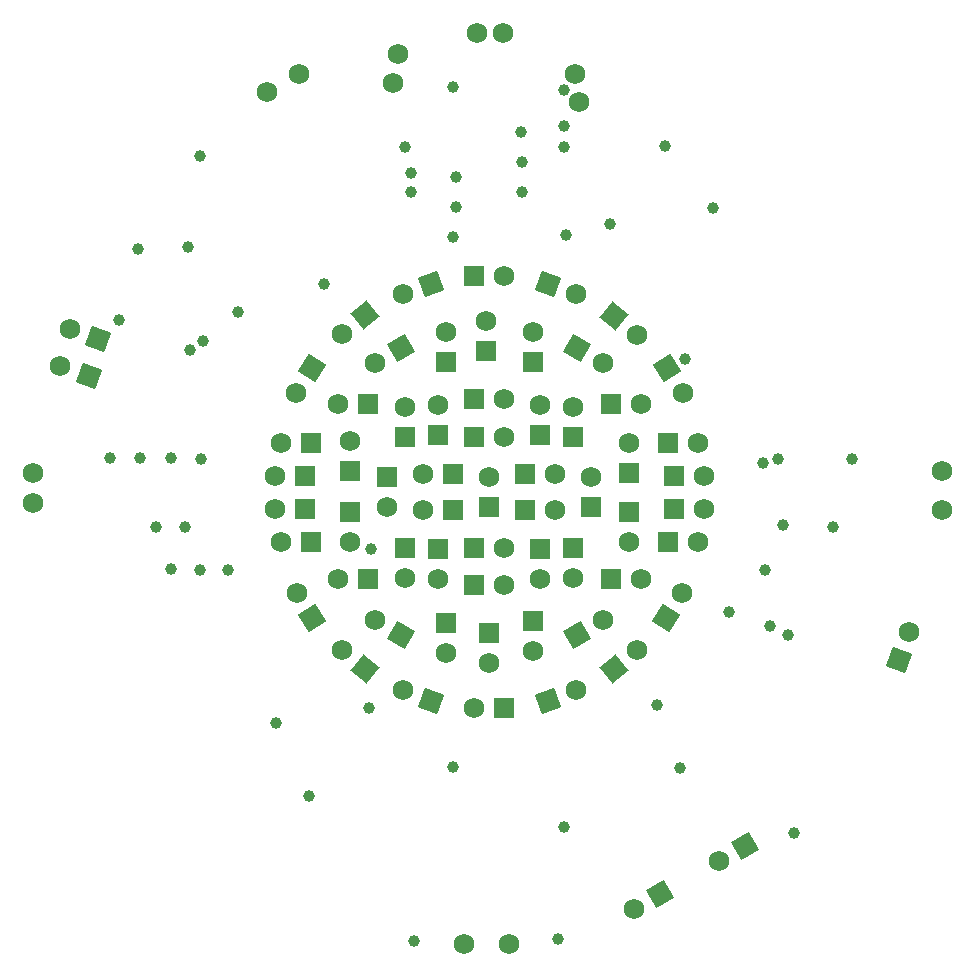
<source format=gbr>
G04*
G04 #@! TF.GenerationSoftware,Altium Limited,Altium Designer,23.1.1 (15)*
G04*
G04 Layer_Color=16711935*
%FSLAX44Y44*%
%MOMM*%
G71*
G04*
G04 #@! TF.SameCoordinates,EA72E859-7E5F-47E5-BE6D-6BCC4CF4D1DD*
G04*
G04*
G04 #@! TF.FilePolarity,Negative*
G04*
G01*
G75*
%ADD35C,1.7532*%
%ADD36P,2.4794X4X245.0*%
%ADD37C,1.7272*%
%ADD38R,1.7532X1.7532*%
%ADD39P,2.4794X4X115.0*%
%ADD40P,2.4794X4X255.0*%
%ADD41R,1.7532X1.7532*%
%ADD42P,2.4794X4X103.0*%
%ADD43P,2.4794X4X84.0*%
%ADD44P,2.4794X4X195.0*%
%ADD45P,2.4794X4X205.0*%
%ADD46P,2.4794X4X186.0*%
%ADD47P,2.4794X4X167.0*%
%ADD48C,1.0032*%
D35*
X-73398Y167843D02*
D03*
X-118110Y-41910D02*
D03*
X355397Y-118372D02*
D03*
X43180Y-73660D02*
D03*
X194310Y-312420D02*
D03*
X122783Y-353060D02*
D03*
X55880Y-15240D02*
D03*
X86360Y12700D02*
D03*
X71120Y-72390D02*
D03*
X118110Y-41910D02*
D03*
X128270Y-73660D02*
D03*
X96517Y-107950D02*
D03*
X36830Y-134620D02*
D03*
X181610Y-13970D02*
D03*
X176530Y-41910D02*
D03*
X163320Y-85140D02*
D03*
X125149Y-133875D02*
D03*
X73398Y-167843D02*
D03*
X-86360Y-12700D02*
D03*
X12700Y-46990D02*
D03*
X-55880Y-15240D02*
D03*
X12700Y-78740D02*
D03*
X-43180Y-73660D02*
D03*
X-71120Y-72390D02*
D03*
X0Y-144780D02*
D03*
X-36830Y-135890D02*
D03*
X-96520Y-107950D02*
D03*
X-128270Y-73660D02*
D03*
X-12700Y-182880D02*
D03*
X-73398Y-167843D02*
D03*
X-125149Y-133875D02*
D03*
X-163320Y-85140D02*
D03*
X-176530Y-41910D02*
D03*
X-181610Y-13970D02*
D03*
X-355338Y138227D02*
D03*
X-363220Y106680D02*
D03*
X96520Y109220D02*
D03*
X163830Y83820D02*
D03*
X125149Y132975D02*
D03*
X73398Y167843D02*
D03*
X181610Y13970D02*
D03*
X176530Y41910D02*
D03*
X118110D02*
D03*
X128270Y74930D02*
D03*
X71120Y72390D02*
D03*
X36830Y135890D02*
D03*
X43180Y73660D02*
D03*
X55880Y15240D02*
D03*
X-2540Y144780D02*
D03*
X12700Y78740D02*
D03*
Y46990D02*
D03*
X0Y12700D02*
D03*
X-55880Y15240D02*
D03*
X-71120Y72390D02*
D03*
X12700Y182880D02*
D03*
X-43180Y73660D02*
D03*
X-118110Y43180D02*
D03*
X-128270Y74930D02*
D03*
X-96517Y109220D02*
D03*
X-36830Y135890D02*
D03*
X-181610Y13970D02*
D03*
X-176530Y41910D02*
D03*
X-163830Y83820D02*
D03*
X-125149Y133875D02*
D03*
D36*
X-49530Y176530D02*
D03*
X49530Y-176530D02*
D03*
D37*
X383540Y17780D02*
D03*
Y-15240D02*
D03*
X-21590Y-382270D02*
D03*
X16510D02*
D03*
X-386080Y16510D02*
D03*
X-81280Y346710D02*
D03*
X-77470Y370840D02*
D03*
X72390Y354330D02*
D03*
X76200Y330200D02*
D03*
X-386080Y-8890D02*
D03*
X11430Y388620D02*
D03*
X-10160D02*
D03*
X-187960Y339090D02*
D03*
X-161290Y354330D02*
D03*
D38*
X-118110Y-16510D02*
D03*
X43180Y-48260D02*
D03*
X86360Y-12700D02*
D03*
X71120Y-46990D02*
D03*
X118110Y-16510D02*
D03*
X36830Y-109220D02*
D03*
X-86360Y12700D02*
D03*
X-43180Y-48260D02*
D03*
X-71120Y-46990D02*
D03*
X0Y-119380D02*
D03*
X-36830Y-110490D02*
D03*
X-43180Y48260D02*
D03*
X118110Y16510D02*
D03*
X71120Y46990D02*
D03*
X36830Y110490D02*
D03*
X43180Y48260D02*
D03*
X-2540Y119380D02*
D03*
X0Y-12700D02*
D03*
X-71120Y46990D02*
D03*
X-118110Y17780D02*
D03*
X-36830Y110490D02*
D03*
D39*
X346710Y-142240D02*
D03*
D40*
X216307Y-299720D02*
D03*
X144780Y-340360D02*
D03*
X74520Y-120650D02*
D03*
X-74520Y121920D02*
D03*
D41*
X30480Y-15240D02*
D03*
X102870Y-73660D02*
D03*
X156210Y-13970D02*
D03*
X151130Y-41910D02*
D03*
X-12700Y-46990D02*
D03*
X-30480Y-15240D02*
D03*
X-12700Y-78740D02*
D03*
X-102870Y-73660D02*
D03*
X12700Y-182880D02*
D03*
X-151130Y-41910D02*
D03*
X-156210Y-13970D02*
D03*
X156210Y13970D02*
D03*
X151130Y41910D02*
D03*
X102870Y74930D02*
D03*
X30480Y15240D02*
D03*
X-12700Y78740D02*
D03*
Y46990D02*
D03*
X-30480Y15240D02*
D03*
X-12700Y182880D02*
D03*
X-102870Y74930D02*
D03*
X-156210Y13970D02*
D03*
X-151130Y41910D02*
D03*
D42*
X149860Y-106680D02*
D03*
X-150370Y105360D02*
D03*
D43*
X105410Y-149860D02*
D03*
X-105410Y149860D02*
D03*
D44*
X-74523Y-120650D02*
D03*
X74523Y121920D02*
D03*
D45*
X-49530Y-176530D02*
D03*
X-331470Y129540D02*
D03*
X-339352Y97993D02*
D03*
X49530Y176530D02*
D03*
D46*
X-105410Y-149860D02*
D03*
X105410Y148960D02*
D03*
D47*
X-149860Y-106680D02*
D03*
X150370Y105360D02*
D03*
D48*
X-30480Y215900D02*
D03*
X-321310Y29210D02*
D03*
X-295910D02*
D03*
X-269240D02*
D03*
X-243840Y27940D02*
D03*
X-221055Y-65965D02*
D03*
X-245110Y-66040D02*
D03*
X-257810Y-29210D02*
D03*
X-269240Y-64770D02*
D03*
X-281940Y-29210D02*
D03*
X26670Y304800D02*
D03*
X27940Y279400D02*
D03*
Y254000D02*
D03*
X-66040D02*
D03*
X63500Y340360D02*
D03*
X-100330Y-48260D02*
D03*
X248920Y-27940D02*
D03*
X257810Y-288290D02*
D03*
X-101600Y-182880D02*
D03*
X63499Y309852D02*
D03*
X189260Y240105D02*
D03*
X64676Y217264D02*
D03*
X-139700Y176530D02*
D03*
X-242600Y128270D02*
D03*
X-313690Y146050D02*
D03*
X-297180Y205740D02*
D03*
X307340Y27940D02*
D03*
X233680Y-66040D02*
D03*
X290830Y-29210D02*
D03*
X142240Y-180340D02*
D03*
X63500Y-283210D02*
D03*
X-30480Y-232410D02*
D03*
X-66040Y270510D02*
D03*
X-30480Y342900D02*
D03*
X63500Y292100D02*
D03*
X-63500Y-379730D02*
D03*
X58420Y-378460D02*
D03*
X-27940Y266700D02*
D03*
Y241300D02*
D03*
X-255016Y207518D02*
D03*
X-181102Y-195580D02*
D03*
X-153035Y-257048D02*
D03*
X202767Y-101929D02*
D03*
X252679Y-121053D02*
D03*
X161362Y-233752D02*
D03*
X-212852Y152400D02*
D03*
X237490Y-113284D02*
D03*
X-253492Y120396D02*
D03*
X165354Y112776D02*
D03*
X101854Y227076D02*
D03*
X-245364Y284226D02*
D03*
X244300Y27940D02*
D03*
X231600Y24384D02*
D03*
X148336Y292608D02*
D03*
X-71374Y292100D02*
D03*
M02*

</source>
